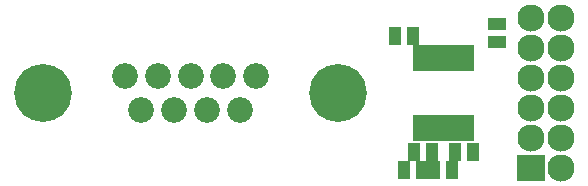
<source format=gts>
G04 #@! TF.FileFunction,Soldermask,Top*
%FSLAX46Y46*%
G04 Gerber Fmt 4.6, Leading zero omitted, Abs format (unit mm)*
G04 Created by KiCad (PCBNEW 4.0.2+dfsg1-stable) date ven. 30 juin 2017 17:47:39 CEST*
%MOMM*%
G01*
G04 APERTURE LIST*
%ADD10C,0.100000*%
%ADD11C,2.178000*%
%ADD12C,4.900000*%
%ADD13R,0.699720X2.180540*%
%ADD14R,1.035000X1.543000*%
%ADD15R,1.543000X1.035000*%
%ADD16R,2.400000X2.300000*%
%ADD17C,2.300000*%
G04 APERTURE END LIST*
D10*
D11*
X132966200Y-103580000D03*
X135736200Y-103580000D03*
X138506200Y-103580000D03*
X141276200Y-103580000D03*
X144046200Y-103580000D03*
X134351200Y-106420000D03*
X137121200Y-106420000D03*
X139891200Y-106420000D03*
X142661200Y-106420000D03*
D12*
X126011200Y-105000000D03*
X151001200Y-105000000D03*
D13*
X157643400Y-107969260D03*
X158293400Y-107969260D03*
X158943400Y-107969260D03*
X159593400Y-107969260D03*
X160243400Y-107969260D03*
X160893400Y-107969260D03*
X161543400Y-107969260D03*
X162193400Y-107969260D03*
X162193400Y-102030740D03*
X161543400Y-102030740D03*
X160893400Y-102030740D03*
X160243400Y-102030740D03*
X159593400Y-102030740D03*
X158943400Y-102030740D03*
X158293400Y-102030740D03*
X157643400Y-102030740D03*
D14*
X157429200Y-109956600D03*
X158953200Y-109956600D03*
X159156400Y-111480600D03*
X160680400Y-111480600D03*
X158140400Y-111506000D03*
X156616400Y-111506000D03*
X162407600Y-109956600D03*
X160883600Y-109956600D03*
D15*
X164414200Y-99161600D03*
X164414200Y-100685600D03*
D14*
X157378400Y-100139500D03*
X155854400Y-100139500D03*
D16*
X167309800Y-111350000D03*
D17*
X167309800Y-108810000D03*
X167309800Y-106270000D03*
X167309800Y-103730000D03*
X167309800Y-101190000D03*
X167309800Y-98650000D03*
X169849800Y-111350000D03*
X169849800Y-108810000D03*
X169849800Y-106270000D03*
X169849800Y-103730000D03*
X169849800Y-101190000D03*
X169849800Y-98650000D03*
M02*

</source>
